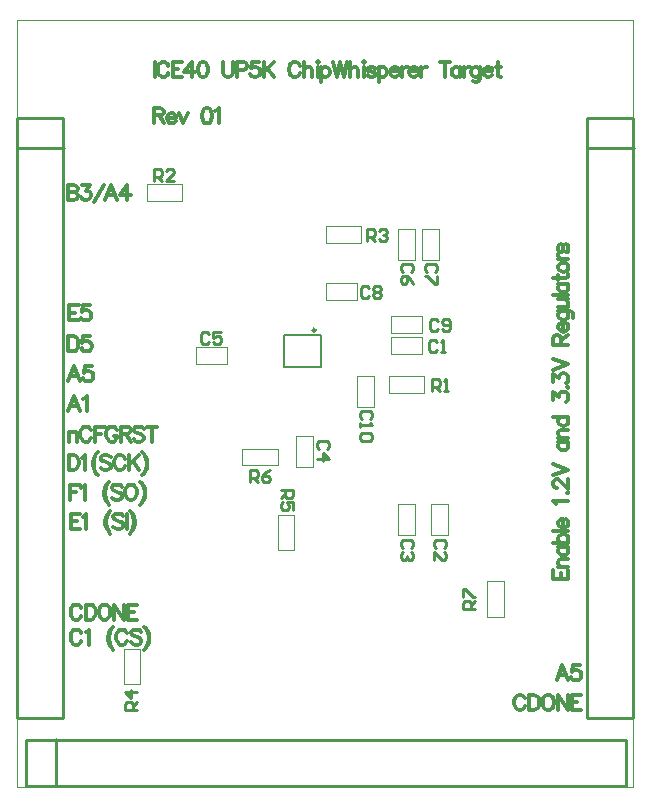
<source format=gto>
G04*
G04 #@! TF.GenerationSoftware,Altium Limited,Altium Designer,22.1.2 (22)*
G04*
G04 Layer_Color=65535*
%FSLAX25Y25*%
%MOIN*%
G70*
G04*
G04 #@! TF.SameCoordinates,E10519B3-167D-45EA-A28F-B3D4EE67A307*
G04*
G04*
G04 #@! TF.FilePolarity,Positive*
G04*
G01*
G75*
%ADD10C,0.00984*%
%ADD11C,0.00394*%
%ADD12C,0.01000*%
%ADD13C,0.00787*%
%ADD14C,0.01200*%
%ADD15C,0.00400*%
D10*
X199604Y252189D02*
G03*
X199604Y252189I-492J0D01*
G01*
D11*
X256844Y156641D02*
X262356D01*
X256844Y168452D02*
X262356D01*
X256844Y156641D02*
Y168452D01*
X262356Y156641D02*
Y168452D01*
X187059Y207144D02*
Y212656D01*
X175248Y207144D02*
Y212656D01*
Y207144D02*
X187059D01*
X175248Y212656D02*
X187059D01*
X187044Y190652D02*
X192556D01*
X187044Y178841D02*
X192556D01*
Y190652D01*
X187044Y178841D02*
Y190652D01*
X135644Y134095D02*
X141156D01*
X135644Y145905D02*
X141156D01*
X135644Y134095D02*
Y145905D01*
X141156Y134095D02*
Y145905D01*
X170018Y240944D02*
Y246456D01*
X159782Y240944D02*
Y246456D01*
X170018D01*
X159782Y240944D02*
X170018D01*
X213444Y236818D02*
X218956D01*
X213444Y226582D02*
X218956D01*
X213444D02*
Y236818D01*
X218956Y226582D02*
Y236818D01*
X224882Y251244D02*
Y256756D01*
X235118Y251244D02*
Y256756D01*
X224882Y251244D02*
X235118D01*
X224882Y256756D02*
X235118D01*
X235906Y231244D02*
Y236756D01*
X224095Y231244D02*
Y236756D01*
Y231244D02*
X235906D01*
X224095Y236756D02*
X235906D01*
X224882Y244244D02*
Y249756D01*
X235118Y244244D02*
Y249756D01*
X224882Y244244D02*
X235118D01*
X224882Y249756D02*
X235118D01*
X193244Y216874D02*
X198756D01*
X193244Y206638D02*
X198756D01*
X193244D02*
Y216874D01*
X198756Y206638D02*
Y216874D01*
X227244Y194118D02*
X232756D01*
X227244Y183882D02*
X232756D01*
X227244D02*
Y194118D01*
X232756Y183882D02*
Y194118D01*
X238244D02*
X243756D01*
X238244Y183882D02*
X243756D01*
X238244D02*
Y194118D01*
X243756Y183882D02*
Y194118D01*
X155252Y295244D02*
Y300756D01*
X143441Y295244D02*
Y300756D01*
Y295244D02*
X155252D01*
X143441Y300756D02*
X155252D01*
X214906Y281244D02*
Y286756D01*
X203095Y281244D02*
Y286756D01*
Y281244D02*
X214906D01*
X203095Y286756D02*
X214906D01*
X203126Y262244D02*
Y267756D01*
X213362Y262244D02*
Y267756D01*
X203126Y262244D02*
X213362D01*
X203126Y267756D02*
X213362D01*
X235244Y285874D02*
X240756D01*
X235244Y275638D02*
X240756D01*
X235244D02*
Y285874D01*
X240756Y275638D02*
Y285874D01*
X227244Y285918D02*
X232756D01*
X227244Y275682D02*
X232756D01*
X227244D02*
Y285918D01*
X232756Y275682D02*
Y285918D01*
D12*
X290126Y123000D02*
Y323000D01*
Y123000D02*
X305500D01*
X290126Y323000D02*
X305500D01*
X290126Y313000D02*
X305874D01*
X103000Y100126D02*
X303000D01*
Y115500D01*
X103000D02*
X303000D01*
X103000Y100126D02*
Y115500D01*
X113000Y100126D02*
Y115874D01*
X100126Y123000D02*
Y323000D01*
Y123000D02*
X115500D01*
Y323000D01*
X100126D02*
X115500D01*
X100126Y313000D02*
X115874D01*
X305500Y123000D02*
Y323000D01*
X252650Y159063D02*
X248652D01*
Y161062D01*
X249318Y161728D01*
X250651D01*
X251317Y161062D01*
Y159063D01*
Y160396D02*
X252650Y161728D01*
X248652Y163061D02*
Y165727D01*
X249318D01*
X251984Y163061D01*
X252650D01*
X177668Y201701D02*
Y205699D01*
X179667D01*
X180333Y205033D01*
Y203700D01*
X179667Y203033D01*
X177668D01*
X179001D02*
X180333Y201701D01*
X184332Y205699D02*
X182999Y205033D01*
X181667Y203700D01*
Y202367D01*
X182333Y201701D01*
X183666D01*
X184332Y202367D01*
Y203033D01*
X183666Y203700D01*
X181667D01*
X188101Y198779D02*
X192099D01*
Y196779D01*
X191433Y196113D01*
X190100D01*
X189434Y196779D01*
Y198779D01*
Y197446D02*
X188101Y196113D01*
X192099Y192114D02*
Y194780D01*
X190100D01*
X190767Y193447D01*
Y192781D01*
X190100Y192114D01*
X188767D01*
X188101Y192781D01*
Y194114D01*
X188767Y194780D01*
X140199Y125621D02*
X136201D01*
Y127621D01*
X136867Y128287D01*
X138200D01*
X138866Y127621D01*
Y125621D01*
Y126954D02*
X140199Y128287D01*
Y131619D02*
X136201D01*
X138200Y129620D01*
Y132286D01*
X217833Y222533D02*
X218499Y223199D01*
Y224532D01*
X217833Y225198D01*
X215167D01*
X214501Y224532D01*
Y223199D01*
X215167Y222533D01*
X214501Y221200D02*
Y219867D01*
Y220533D01*
X218499D01*
X217833Y221200D01*
Y217867D02*
X218499Y217201D01*
Y215868D01*
X217833Y215202D01*
X215167D01*
X214501Y215868D01*
Y217201D01*
X215167Y217867D01*
X217833D01*
X240334Y255333D02*
X239667Y255999D01*
X238334D01*
X237668Y255333D01*
Y252667D01*
X238334Y252001D01*
X239667D01*
X240334Y252667D01*
X241667D02*
X242333Y252001D01*
X243666D01*
X244332Y252667D01*
Y255333D01*
X243666Y255999D01*
X242333D01*
X241667Y255333D01*
Y254666D01*
X242333Y254000D01*
X244332D01*
X216668Y282001D02*
Y285999D01*
X218667D01*
X219334Y285333D01*
Y284000D01*
X218667Y283334D01*
X216668D01*
X218001D02*
X219334Y282001D01*
X220667Y285333D02*
X221333Y285999D01*
X222666D01*
X223332Y285333D01*
Y284666D01*
X222666Y284000D01*
X221999D01*
X222666D01*
X223332Y283334D01*
Y282667D01*
X222666Y282001D01*
X221333D01*
X220667Y282667D01*
X145668Y302001D02*
Y305999D01*
X147667D01*
X148334Y305333D01*
Y304000D01*
X147667Y303334D01*
X145668D01*
X147001D02*
X148334Y302001D01*
X152332D02*
X149667D01*
X152332Y304666D01*
Y305333D01*
X151666Y305999D01*
X150333D01*
X149667Y305333D01*
X238334Y232001D02*
Y235999D01*
X240334D01*
X241000Y235333D01*
Y234000D01*
X240334Y233334D01*
X238334D01*
X239667D02*
X241000Y232001D01*
X242333D02*
X243666D01*
X242999D01*
Y235999D01*
X242333Y235333D01*
X217334Y266333D02*
X216667Y266999D01*
X215334D01*
X214668Y266333D01*
Y263667D01*
X215334Y263001D01*
X216667D01*
X217334Y263667D01*
X218667Y266333D02*
X219333Y266999D01*
X220666D01*
X221332Y266333D01*
Y265666D01*
X220666Y265000D01*
X221332Y264334D01*
Y263667D01*
X220666Y263001D01*
X219333D01*
X218667Y263667D01*
Y264334D01*
X219333Y265000D01*
X218667Y265666D01*
Y266333D01*
X219333Y265000D02*
X220666D01*
X239333Y271666D02*
X239999Y272333D01*
Y273666D01*
X239333Y274332D01*
X236667D01*
X236001Y273666D01*
Y272333D01*
X236667Y271666D01*
X239999Y270334D02*
Y267668D01*
X239333D01*
X236667Y270334D01*
X236001D01*
X231333Y271466D02*
X231999Y272133D01*
Y273466D01*
X231333Y274132D01*
X228667D01*
X228001Y273466D01*
Y272133D01*
X228667Y271466D01*
X231999Y267468D02*
X231333Y268801D01*
X230000Y270133D01*
X228667D01*
X228001Y269467D01*
Y268134D01*
X228667Y267468D01*
X229334D01*
X230000Y268134D01*
Y270133D01*
X164234Y251033D02*
X163567Y251699D01*
X162234D01*
X161568Y251033D01*
Y248367D01*
X162234Y247701D01*
X163567D01*
X164234Y248367D01*
X168232Y251699D02*
X165567D01*
Y249700D01*
X166899Y250366D01*
X167566D01*
X168232Y249700D01*
Y248367D01*
X167566Y247701D01*
X166233D01*
X165567Y248367D01*
X203333Y212666D02*
X203999Y213333D01*
Y214666D01*
X203333Y215332D01*
X200667D01*
X200001Y214666D01*
Y213333D01*
X200667Y212666D01*
X200001Y209334D02*
X203999D01*
X202000Y211333D01*
Y208668D01*
X231333Y179666D02*
X231999Y180333D01*
Y181666D01*
X231333Y182332D01*
X228667D01*
X228001Y181666D01*
Y180333D01*
X228667Y179666D01*
X231333Y178333D02*
X231999Y177667D01*
Y176334D01*
X231333Y175668D01*
X230666D01*
X230000Y176334D01*
Y177001D01*
Y176334D01*
X229334Y175668D01*
X228667D01*
X228001Y176334D01*
Y177667D01*
X228667Y178333D01*
X242333Y179666D02*
X242999Y180333D01*
Y181666D01*
X242333Y182332D01*
X239667D01*
X239001Y181666D01*
Y180333D01*
X239667Y179666D01*
X239001Y175668D02*
Y178333D01*
X241666Y175668D01*
X242333D01*
X242999Y176334D01*
Y177667D01*
X242333Y178333D01*
X240000Y248333D02*
X239334Y248999D01*
X238001D01*
X237334Y248333D01*
Y245667D01*
X238001Y245001D01*
X239334D01*
X240000Y245667D01*
X241333Y245001D02*
X242666D01*
X241999D01*
Y248999D01*
X241333Y248333D01*
D13*
X189000Y250685D02*
X201350D01*
X189000Y240000D02*
Y250685D01*
Y240000D02*
X201350D01*
Y250685D01*
D14*
X121064Y225145D02*
X119160Y230144D01*
X117256Y225145D01*
X117970Y226811D02*
X120350D01*
X122231Y229192D02*
X122707Y229430D01*
X123421Y230144D01*
Y225145D01*
X121158Y190984D02*
X118063D01*
Y185985D01*
X121158D01*
X118063Y188604D02*
X119968D01*
X121991Y190032D02*
X122467Y190270D01*
X123181Y190984D01*
Y185985D01*
X131251Y191936D02*
X130775Y191460D01*
X130299Y190746D01*
X129823Y189794D01*
X129585Y188604D01*
Y187651D01*
X129823Y186461D01*
X130299Y185509D01*
X130775Y184795D01*
X131251Y184319D01*
X130775Y191460D02*
X130299Y190508D01*
X130061Y189794D01*
X129823Y188604D01*
Y187651D01*
X130061Y186461D01*
X130299Y185747D01*
X130775Y184795D01*
X135536Y190270D02*
X135060Y190746D01*
X134346Y190984D01*
X133393D01*
X132679Y190746D01*
X132203Y190270D01*
Y189794D01*
X132441Y189318D01*
X132679Y189080D01*
X133155Y188842D01*
X134584Y188366D01*
X135060Y188128D01*
X135298Y187890D01*
X135536Y187413D01*
Y186699D01*
X135060Y186223D01*
X134346Y185985D01*
X133393D01*
X132679Y186223D01*
X132203Y186699D01*
X136655Y190984D02*
Y185985D01*
X137702Y191936D02*
X138178Y191460D01*
X138654Y190746D01*
X139130Y189794D01*
X139368Y188604D01*
Y187651D01*
X139130Y186461D01*
X138654Y185509D01*
X138178Y184795D01*
X137702Y184319D01*
X138178Y191460D02*
X138654Y190508D01*
X138892Y189794D01*
X139130Y188604D01*
Y187651D01*
X138892Y186461D01*
X138654Y185747D01*
X138178Y184795D01*
X117256Y250144D02*
Y245145D01*
Y250144D02*
X118922D01*
X119636Y249906D01*
X120112Y249430D01*
X120350Y248954D01*
X120588Y248240D01*
Y247049D01*
X120350Y246335D01*
X120112Y245859D01*
X119636Y245383D01*
X118922Y245145D01*
X117256D01*
X124564Y250144D02*
X122183D01*
X121945Y248002D01*
X122183Y248240D01*
X122897Y248478D01*
X123611D01*
X124326Y248240D01*
X124802Y247764D01*
X125040Y247049D01*
Y246573D01*
X124802Y245859D01*
X124326Y245383D01*
X123611Y245145D01*
X122897D01*
X122183Y245383D01*
X121945Y245621D01*
X121707Y246097D01*
X117300Y210565D02*
Y205566D01*
Y210565D02*
X118966D01*
X119680Y210327D01*
X120157Y209851D01*
X120395Y209375D01*
X120633Y208661D01*
Y207471D01*
X120395Y206756D01*
X120157Y206280D01*
X119680Y205804D01*
X118966Y205566D01*
X117300D01*
X121751Y209613D02*
X122228Y209851D01*
X122942Y210565D01*
Y205566D01*
X127084Y211517D02*
X126608Y211041D01*
X126131Y210327D01*
X125655Y209375D01*
X125417Y208185D01*
Y207233D01*
X125655Y206042D01*
X126131Y205090D01*
X126608Y204376D01*
X127084Y203900D01*
X126608Y211041D02*
X126131Y210089D01*
X125893Y209375D01*
X125655Y208185D01*
Y207233D01*
X125893Y206042D01*
X126131Y205328D01*
X126608Y204376D01*
X131368Y209851D02*
X130892Y210327D01*
X130178Y210565D01*
X129226D01*
X128512Y210327D01*
X128036Y209851D01*
Y209375D01*
X128274Y208899D01*
X128512Y208661D01*
X128988Y208423D01*
X130416Y207947D01*
X130892Y207709D01*
X131130Y207471D01*
X131368Y206995D01*
Y206280D01*
X130892Y205804D01*
X130178Y205566D01*
X129226D01*
X128512Y205804D01*
X128036Y206280D01*
X136058Y209375D02*
X135820Y209851D01*
X135344Y210327D01*
X134868Y210565D01*
X133915D01*
X133439Y210327D01*
X132963Y209851D01*
X132725Y209375D01*
X132487Y208661D01*
Y207471D01*
X132725Y206756D01*
X132963Y206280D01*
X133439Y205804D01*
X133915Y205566D01*
X134868D01*
X135344Y205804D01*
X135820Y206280D01*
X136058Y206756D01*
X137462Y210565D02*
Y205566D01*
X140795Y210565D02*
X137462Y207233D01*
X138653Y208423D02*
X140795Y205566D01*
X141914Y211517D02*
X142390Y211041D01*
X142866Y210327D01*
X143342Y209375D01*
X143580Y208185D01*
Y207233D01*
X143342Y206042D01*
X142866Y205090D01*
X142390Y204376D01*
X141914Y203900D01*
X142390Y211041D02*
X142866Y210089D01*
X143104Y209375D01*
X143342Y208185D01*
Y207233D01*
X143104Y206042D01*
X142866Y205328D01*
X142390Y204376D01*
X117000Y300513D02*
Y295514D01*
Y300513D02*
X119142D01*
X119857Y300275D01*
X120095Y300037D01*
X120333Y299561D01*
Y299085D01*
X120095Y298609D01*
X119857Y298371D01*
X119142Y298133D01*
X117000D02*
X119142D01*
X119857Y297895D01*
X120095Y297656D01*
X120333Y297180D01*
Y296466D01*
X120095Y295990D01*
X119857Y295752D01*
X119142Y295514D01*
X117000D01*
X121927Y300513D02*
X124546D01*
X123118Y298609D01*
X123832D01*
X124308Y298371D01*
X124546Y298133D01*
X124784Y297418D01*
Y296942D01*
X124546Y296228D01*
X124070Y295752D01*
X123356Y295514D01*
X122642D01*
X121927Y295752D01*
X121689Y295990D01*
X121451Y296466D01*
X125903Y294800D02*
X129235Y300513D01*
X133377Y295514D02*
X131473Y300513D01*
X129569Y295514D01*
X130283Y297180D02*
X132663D01*
X136924Y300513D02*
X134544Y297180D01*
X138115D01*
X136924Y300513D02*
Y295514D01*
X278935Y172295D02*
Y169200D01*
X283934D01*
Y172295D01*
X281315Y169200D02*
Y171104D01*
X280601Y173128D02*
X283934D01*
X281553D02*
X280839Y173842D01*
X280601Y174318D01*
Y175032D01*
X280839Y175508D01*
X281553Y175746D01*
X283934D01*
X280601Y179912D02*
X283934D01*
X281315D02*
X280839Y179436D01*
X280601Y178960D01*
Y178246D01*
X280839Y177770D01*
X281315Y177294D01*
X282029Y177056D01*
X282505D01*
X283220Y177294D01*
X283696Y177770D01*
X283934Y178246D01*
Y178960D01*
X283696Y179436D01*
X283220Y179912D01*
X278935Y181245D02*
X283934D01*
X281315D02*
X280839Y181721D01*
X280601Y182197D01*
Y182911D01*
X280839Y183387D01*
X281315Y183863D01*
X282029Y184102D01*
X282505D01*
X283220Y183863D01*
X283696Y183387D01*
X283934Y182911D01*
Y182197D01*
X283696Y181721D01*
X283220Y181245D01*
X278935Y185173D02*
X283934D01*
X282029Y186220D02*
Y189077D01*
X281553D01*
X281077Y188839D01*
X280839Y188601D01*
X280601Y188125D01*
Y187410D01*
X280839Y186934D01*
X281315Y186458D01*
X282029Y186220D01*
X282505D01*
X283220Y186458D01*
X283696Y186934D01*
X283934Y187410D01*
Y188125D01*
X283696Y188601D01*
X283220Y189077D01*
X279887Y194076D02*
X279649Y194552D01*
X278935Y195266D01*
X283934D01*
X283458Y197979D02*
X283696Y197741D01*
X283934Y197979D01*
X283696Y198218D01*
X283458Y197979D01*
X280125Y199551D02*
X279887D01*
X279411Y199789D01*
X279173Y200027D01*
X278935Y200503D01*
Y201455D01*
X279173Y201931D01*
X279411Y202169D01*
X279887Y202407D01*
X280363D01*
X280839Y202169D01*
X281553Y201693D01*
X283934Y199313D01*
Y202645D01*
X278935Y203764D02*
X283934Y205668D01*
X278935Y207573D02*
X283934Y205668D01*
X280601Y215000D02*
X283934D01*
X281315D02*
X280839Y214524D01*
X280601Y214048D01*
Y213333D01*
X280839Y212857D01*
X281315Y212381D01*
X282029Y212143D01*
X282505D01*
X283220Y212381D01*
X283696Y212857D01*
X283934Y213333D01*
Y214048D01*
X283696Y214524D01*
X283220Y215000D01*
X280601Y216333D02*
X283934D01*
X281553D02*
X280839Y217047D01*
X280601Y217523D01*
Y218237D01*
X280839Y218713D01*
X281553Y218951D01*
X283934D01*
X278935Y223117D02*
X283934D01*
X281315D02*
X280839Y222641D01*
X280601Y222165D01*
Y221451D01*
X280839Y220975D01*
X281315Y220498D01*
X282029Y220261D01*
X282505D01*
X283220Y220498D01*
X283696Y220975D01*
X283934Y221451D01*
Y222165D01*
X283696Y222641D01*
X283220Y223117D01*
X278935Y228854D02*
Y231472D01*
X280839Y230044D01*
Y230758D01*
X281077Y231234D01*
X281315Y231472D01*
X282029Y231710D01*
X282505D01*
X283220Y231472D01*
X283696Y230996D01*
X283934Y230282D01*
Y229568D01*
X283696Y228854D01*
X283458Y228616D01*
X282981Y228378D01*
X283458Y233067D02*
X283696Y232829D01*
X283934Y233067D01*
X283696Y233305D01*
X283458Y233067D01*
X278935Y234876D02*
Y237495D01*
X280839Y236067D01*
Y236781D01*
X281077Y237257D01*
X281315Y237495D01*
X282029Y237733D01*
X282505D01*
X283220Y237495D01*
X283696Y237019D01*
X283934Y236305D01*
Y235591D01*
X283696Y234876D01*
X283458Y234638D01*
X282981Y234400D01*
X278935Y238852D02*
X283934Y240756D01*
X278935Y242660D02*
X283934Y240756D01*
X278935Y247231D02*
X283934D01*
X278935D02*
Y249373D01*
X279173Y250087D01*
X279411Y250325D01*
X279887Y250564D01*
X280363D01*
X280839Y250325D01*
X281077Y250087D01*
X281315Y249373D01*
Y247231D01*
Y248897D02*
X283934Y250564D01*
X282029Y251682D02*
Y254539D01*
X281553D01*
X281077Y254301D01*
X280839Y254063D01*
X280601Y253587D01*
Y252873D01*
X280839Y252396D01*
X281315Y251920D01*
X282029Y251682D01*
X282505D01*
X283220Y251920D01*
X283696Y252396D01*
X283934Y252873D01*
Y253587D01*
X283696Y254063D01*
X283220Y254539D01*
X280601Y258467D02*
X284410D01*
X285124Y258229D01*
X285362Y257991D01*
X285600Y257514D01*
Y256800D01*
X285362Y256324D01*
X281315Y258467D02*
X280839Y257991D01*
X280601Y257514D01*
Y256800D01*
X280839Y256324D01*
X281315Y255848D01*
X282029Y255610D01*
X282505D01*
X283220Y255848D01*
X283696Y256324D01*
X283934Y256800D01*
Y257514D01*
X283696Y257991D01*
X283220Y258467D01*
X280601Y259800D02*
X282981D01*
X283696Y260038D01*
X283934Y260514D01*
Y261228D01*
X283696Y261704D01*
X282981Y262418D01*
X280601D02*
X283934D01*
X278935Y263727D02*
X283934D01*
X280601Y267631D02*
X283934D01*
X281315D02*
X280839Y267155D01*
X280601Y266679D01*
Y265965D01*
X280839Y265489D01*
X281315Y265013D01*
X282029Y264775D01*
X282505D01*
X283220Y265013D01*
X283696Y265489D01*
X283934Y265965D01*
Y266679D01*
X283696Y267155D01*
X283220Y267631D01*
X278935Y269678D02*
X282981D01*
X283696Y269917D01*
X283934Y270393D01*
Y270869D01*
X280601Y268964D02*
Y270631D01*
Y272773D02*
X280839Y272297D01*
X281315Y271821D01*
X282029Y271583D01*
X282505D01*
X283220Y271821D01*
X283696Y272297D01*
X283934Y272773D01*
Y273487D01*
X283696Y273963D01*
X283220Y274439D01*
X282505Y274677D01*
X282029D01*
X281315Y274439D01*
X280839Y273963D01*
X280601Y273487D01*
Y272773D01*
Y275772D02*
X283934D01*
X282029D02*
X281315Y276010D01*
X280839Y276486D01*
X280601Y276963D01*
Y277677D01*
X281315Y280748D02*
X280839Y280509D01*
X280601Y279795D01*
Y279081D01*
X280839Y278367D01*
X281315Y278129D01*
X281791Y278367D01*
X282029Y278843D01*
X282267Y280033D01*
X282505Y280509D01*
X282981Y280748D01*
X283220D01*
X283696Y280509D01*
X283934Y279795D01*
Y279081D01*
X283696Y278367D01*
X283220Y278129D01*
X283764Y135445D02*
X281860Y140444D01*
X279956Y135445D01*
X280670Y137111D02*
X283050D01*
X287787Y140444D02*
X285407D01*
X285169Y138302D01*
X285407Y138540D01*
X286121Y138778D01*
X286835D01*
X287549Y138540D01*
X288025Y138064D01*
X288264Y137349D01*
Y136873D01*
X288025Y136159D01*
X287549Y135683D01*
X286835Y135445D01*
X286121D01*
X285407Y135683D01*
X285169Y135921D01*
X284931Y136397D01*
X117900Y200665D02*
Y195666D01*
Y200665D02*
X120995D01*
X117900Y198285D02*
X119804D01*
X121566Y199713D02*
X122042Y199951D01*
X122756Y200665D01*
Y195666D01*
X130826Y201617D02*
X130350Y201141D01*
X129874Y200427D01*
X129397Y199475D01*
X129159Y198285D01*
Y197333D01*
X129397Y196142D01*
X129874Y195190D01*
X130350Y194476D01*
X130826Y194000D01*
X130350Y201141D02*
X129874Y200189D01*
X129636Y199475D01*
X129397Y198285D01*
Y197333D01*
X129636Y196142D01*
X129874Y195428D01*
X130350Y194476D01*
X135111Y199951D02*
X134634Y200427D01*
X133920Y200665D01*
X132968D01*
X132254Y200427D01*
X131778Y199951D01*
Y199475D01*
X132016Y198999D01*
X132254Y198761D01*
X132730Y198523D01*
X134158Y198047D01*
X134634Y197809D01*
X134873Y197571D01*
X135111Y197095D01*
Y196380D01*
X134634Y195904D01*
X133920Y195666D01*
X132968D01*
X132254Y195904D01*
X131778Y196380D01*
X137658Y200665D02*
X137182Y200427D01*
X136706Y199951D01*
X136468Y199475D01*
X136229Y198761D01*
Y197571D01*
X136468Y196856D01*
X136706Y196380D01*
X137182Y195904D01*
X137658Y195666D01*
X138610D01*
X139086Y195904D01*
X139562Y196380D01*
X139800Y196856D01*
X140038Y197571D01*
Y198761D01*
X139800Y199475D01*
X139562Y199951D01*
X139086Y200427D01*
X138610Y200665D01*
X137658D01*
X141205Y201617D02*
X141681Y201141D01*
X142157Y200427D01*
X142633Y199475D01*
X142871Y198285D01*
Y197333D01*
X142633Y196142D01*
X142157Y195190D01*
X141681Y194476D01*
X141205Y194000D01*
X141681Y201141D02*
X142157Y200189D01*
X142395Y199475D01*
X142633Y198285D01*
Y197333D01*
X142395Y196142D01*
X142157Y195428D01*
X141681Y194476D01*
X121064Y235145D02*
X119160Y240144D01*
X117256Y235145D01*
X117970Y236811D02*
X120350D01*
X125087Y240144D02*
X122707D01*
X122469Y238002D01*
X122707Y238240D01*
X123421Y238478D01*
X124135D01*
X124849Y238240D01*
X125325Y237764D01*
X125564Y237049D01*
Y236573D01*
X125325Y235859D01*
X124849Y235383D01*
X124135Y235145D01*
X123421D01*
X122707Y235383D01*
X122469Y235621D01*
X122231Y236097D01*
X146000Y341565D02*
Y336566D01*
X150618Y340375D02*
X150380Y340851D01*
X149904Y341327D01*
X149428Y341565D01*
X148476D01*
X148000Y341327D01*
X147523Y340851D01*
X147285Y340375D01*
X147047Y339661D01*
Y338471D01*
X147285Y337756D01*
X147523Y337280D01*
X148000Y336804D01*
X148476Y336566D01*
X149428D01*
X149904Y336804D01*
X150380Y337280D01*
X150618Y337756D01*
X155117Y341565D02*
X152023D01*
Y336566D01*
X155117D01*
X152023Y339185D02*
X153927D01*
X158331Y341565D02*
X155950Y338233D01*
X159521D01*
X158331Y341565D02*
Y336566D01*
X161830Y341565D02*
X161116Y341327D01*
X160640Y340613D01*
X160402Y339423D01*
Y338709D01*
X160640Y337519D01*
X161116Y336804D01*
X161830Y336566D01*
X162306D01*
X163020Y336804D01*
X163496Y337519D01*
X163734Y338709D01*
Y339423D01*
X163496Y340613D01*
X163020Y341327D01*
X162306Y341565D01*
X161830D01*
X168781D02*
Y337995D01*
X169019Y337280D01*
X169495Y336804D01*
X170209Y336566D01*
X170685D01*
X171399Y336804D01*
X171875Y337280D01*
X172113Y337995D01*
Y341565D01*
X173494Y338947D02*
X175636D01*
X176351Y339185D01*
X176589Y339423D01*
X176827Y339899D01*
Y340613D01*
X176589Y341089D01*
X176351Y341327D01*
X175636Y341565D01*
X173494D01*
Y336566D01*
X180802Y341565D02*
X178422D01*
X178184Y339423D01*
X178422Y339661D01*
X179136Y339899D01*
X179850D01*
X180564Y339661D01*
X181040Y339185D01*
X181278Y338471D01*
Y337995D01*
X181040Y337280D01*
X180564Y336804D01*
X179850Y336566D01*
X179136D01*
X178422Y336804D01*
X178184Y337042D01*
X177945Y337519D01*
X182397Y341565D02*
Y336566D01*
X185730Y341565D02*
X182397Y338233D01*
X183587Y339423D02*
X185730Y336566D01*
X194347Y340375D02*
X194109Y340851D01*
X193633Y341327D01*
X193157Y341565D01*
X192204D01*
X191728Y341327D01*
X191252Y340851D01*
X191014Y340375D01*
X190776Y339661D01*
Y338471D01*
X191014Y337756D01*
X191252Y337280D01*
X191728Y336804D01*
X192204Y336566D01*
X193157D01*
X193633Y336804D01*
X194109Y337280D01*
X194347Y337756D01*
X195751Y341565D02*
Y336566D01*
Y338947D02*
X196465Y339661D01*
X196941Y339899D01*
X197656D01*
X198132Y339661D01*
X198370Y338947D01*
Y336566D01*
X200155Y341565D02*
X200393Y341327D01*
X200631Y341565D01*
X200393Y341803D01*
X200155Y341565D01*
X200393Y339899D02*
Y336566D01*
X201512Y339899D02*
Y334900D01*
Y339185D02*
X201988Y339661D01*
X202464Y339899D01*
X203178D01*
X203654Y339661D01*
X204130Y339185D01*
X204368Y338471D01*
Y337995D01*
X204130Y337280D01*
X203654Y336804D01*
X203178Y336566D01*
X202464D01*
X201988Y336804D01*
X201512Y337280D01*
X205440Y341565D02*
X206630Y336566D01*
X207820Y341565D02*
X206630Y336566D01*
X207820Y341565D02*
X209010Y336566D01*
X210201Y341565D02*
X209010Y336566D01*
X211200Y341565D02*
Y336566D01*
Y338947D02*
X211914Y339661D01*
X212390Y339899D01*
X213105D01*
X213581Y339661D01*
X213819Y338947D01*
Y336566D01*
X215604Y341565D02*
X215842Y341327D01*
X216080Y341565D01*
X215842Y341803D01*
X215604Y341565D01*
X215842Y339899D02*
Y336566D01*
X219580Y339185D02*
X219341Y339661D01*
X218627Y339899D01*
X217913D01*
X217199Y339661D01*
X216961Y339185D01*
X217199Y338709D01*
X217675Y338471D01*
X218865Y338233D01*
X219341Y337995D01*
X219580Y337519D01*
Y337280D01*
X219341Y336804D01*
X218627Y336566D01*
X217913D01*
X217199Y336804D01*
X216961Y337280D01*
X220627Y339899D02*
Y334900D01*
Y339185D02*
X221103Y339661D01*
X221579Y339899D01*
X222293D01*
X222769Y339661D01*
X223245Y339185D01*
X223483Y338471D01*
Y337995D01*
X223245Y337280D01*
X222769Y336804D01*
X222293Y336566D01*
X221579D01*
X221103Y336804D01*
X220627Y337280D01*
X224555Y338471D02*
X227411D01*
Y338947D01*
X227173Y339423D01*
X226935Y339661D01*
X226459Y339899D01*
X225745D01*
X225269Y339661D01*
X224793Y339185D01*
X224555Y338471D01*
Y337995D01*
X224793Y337280D01*
X225269Y336804D01*
X225745Y336566D01*
X226459D01*
X226935Y336804D01*
X227411Y337280D01*
X228482Y339899D02*
Y336566D01*
Y338471D02*
X228720Y339185D01*
X229197Y339661D01*
X229673Y339899D01*
X230387D01*
X230839Y338471D02*
X233696D01*
Y338947D01*
X233457Y339423D01*
X233219Y339661D01*
X232743Y339899D01*
X232029D01*
X231553Y339661D01*
X231077Y339185D01*
X230839Y338471D01*
Y337995D01*
X231077Y337280D01*
X231553Y336804D01*
X232029Y336566D01*
X232743D01*
X233219Y336804D01*
X233696Y337280D01*
X234767Y339899D02*
Y336566D01*
Y338471D02*
X235005Y339185D01*
X235481Y339661D01*
X235957Y339899D01*
X236671D01*
X242717Y341565D02*
Y336566D01*
X241051Y341565D02*
X244384D01*
X247835Y339899D02*
Y336566D01*
Y339185D02*
X247359Y339661D01*
X246883Y339899D01*
X246169D01*
X245693Y339661D01*
X245217Y339185D01*
X244979Y338471D01*
Y337995D01*
X245217Y337280D01*
X245693Y336804D01*
X246169Y336566D01*
X246883D01*
X247359Y336804D01*
X247835Y337280D01*
X249168Y339899D02*
Y336566D01*
Y338471D02*
X249406Y339185D01*
X249883Y339661D01*
X250359Y339899D01*
X251073D01*
X254382D02*
Y336090D01*
X254144Y335376D01*
X253906Y335138D01*
X253429Y334900D01*
X252715D01*
X252239Y335138D01*
X254382Y339185D02*
X253906Y339661D01*
X253429Y339899D01*
X252715D01*
X252239Y339661D01*
X251763Y339185D01*
X251525Y338471D01*
Y337995D01*
X251763Y337280D01*
X252239Y336804D01*
X252715Y336566D01*
X253429D01*
X253906Y336804D01*
X254382Y337280D01*
X255715Y338471D02*
X258571D01*
Y338947D01*
X258333Y339423D01*
X258095Y339661D01*
X257619Y339899D01*
X256905D01*
X256429Y339661D01*
X255953Y339185D01*
X255715Y338471D01*
Y337995D01*
X255953Y337280D01*
X256429Y336804D01*
X256905Y336566D01*
X257619D01*
X258095Y336804D01*
X258571Y337280D01*
X260356Y341565D02*
Y337519D01*
X260595Y336804D01*
X261071Y336566D01*
X261547D01*
X259642Y339899D02*
X261309D01*
X117356Y218378D02*
Y215045D01*
Y217425D02*
X118070Y218140D01*
X118546Y218378D01*
X119260D01*
X119736Y218140D01*
X119974Y217425D01*
Y215045D01*
X124854Y218854D02*
X124616Y219330D01*
X124140Y219806D01*
X123664Y220044D01*
X122712D01*
X122236Y219806D01*
X121760Y219330D01*
X121521Y218854D01*
X121283Y218140D01*
Y216949D01*
X121521Y216235D01*
X121760Y215759D01*
X122236Y215283D01*
X122712Y215045D01*
X123664D01*
X124140Y215283D01*
X124616Y215759D01*
X124854Y216235D01*
X126259Y220044D02*
Y215045D01*
Y220044D02*
X129353D01*
X126259Y217664D02*
X128163D01*
X133495Y218854D02*
X133257Y219330D01*
X132781Y219806D01*
X132305Y220044D01*
X131353D01*
X130877Y219806D01*
X130401Y219330D01*
X130163Y218854D01*
X129924Y218140D01*
Y216949D01*
X130163Y216235D01*
X130401Y215759D01*
X130877Y215283D01*
X131353Y215045D01*
X132305D01*
X132781Y215283D01*
X133257Y215759D01*
X133495Y216235D01*
Y216949D01*
X132305D02*
X133495D01*
X134638Y220044D02*
Y215045D01*
Y220044D02*
X136780D01*
X137494Y219806D01*
X137732Y219568D01*
X137970Y219092D01*
Y218616D01*
X137732Y218140D01*
X137494Y217902D01*
X136780Y217664D01*
X134638D01*
X136304D02*
X137970Y215045D01*
X142422Y219330D02*
X141946Y219806D01*
X141232Y220044D01*
X140279D01*
X139565Y219806D01*
X139089Y219330D01*
Y218854D01*
X139327Y218378D01*
X139565Y218140D01*
X140041Y217902D01*
X141470Y217425D01*
X141946Y217188D01*
X142184Y216949D01*
X142422Y216473D01*
Y215759D01*
X141946Y215283D01*
X141232Y215045D01*
X140279D01*
X139565Y215283D01*
X139089Y215759D01*
X145207Y220044D02*
Y215045D01*
X143541Y220044D02*
X146873D01*
X121571Y159509D02*
X121333Y159985D01*
X120856Y160461D01*
X120380Y160699D01*
X119428D01*
X118952Y160461D01*
X118476Y159985D01*
X118238Y159509D01*
X118000Y158795D01*
Y157604D01*
X118238Y156890D01*
X118476Y156414D01*
X118952Y155938D01*
X119428Y155700D01*
X120380D01*
X120856Y155938D01*
X121333Y156414D01*
X121571Y156890D01*
X122975Y160699D02*
Y155700D01*
Y160699D02*
X124641D01*
X125356Y160461D01*
X125832Y159985D01*
X126070Y159509D01*
X126308Y158795D01*
Y157604D01*
X126070Y156890D01*
X125832Y156414D01*
X125356Y155938D01*
X124641Y155700D01*
X122975D01*
X128855Y160699D02*
X128379Y160461D01*
X127903Y159985D01*
X127665Y159509D01*
X127427Y158795D01*
Y157604D01*
X127665Y156890D01*
X127903Y156414D01*
X128379Y155938D01*
X128855Y155700D01*
X129807D01*
X130283Y155938D01*
X130759Y156414D01*
X130997Y156890D01*
X131235Y157604D01*
Y158795D01*
X130997Y159509D01*
X130759Y159985D01*
X130283Y160461D01*
X129807Y160699D01*
X128855D01*
X132402D02*
Y155700D01*
Y160699D02*
X135734Y155700D01*
Y160699D02*
Y155700D01*
X140209Y160699D02*
X137115D01*
Y155700D01*
X140209D01*
X137115Y158318D02*
X139019D01*
X145752Y326125D02*
Y321126D01*
Y326125D02*
X147894D01*
X148608Y325887D01*
X148846Y325648D01*
X149084Y325172D01*
Y324696D01*
X148846Y324220D01*
X148608Y323982D01*
X147894Y323744D01*
X145752D01*
X147418D02*
X149084Y321126D01*
X150203Y323030D02*
X153059D01*
Y323506D01*
X152821Y323982D01*
X152583Y324220D01*
X152107Y324458D01*
X151393D01*
X150917Y324220D01*
X150441Y323744D01*
X150203Y323030D01*
Y322554D01*
X150441Y321840D01*
X150917Y321364D01*
X151393Y321126D01*
X152107D01*
X152583Y321364D01*
X153059Y321840D01*
X154131Y324458D02*
X155559Y321126D01*
X156987Y324458D02*
X155559Y321126D01*
X163153Y326125D02*
X162438Y325887D01*
X161962Y325172D01*
X161724Y323982D01*
Y323268D01*
X161962Y322078D01*
X162438Y321364D01*
X163153Y321126D01*
X163629D01*
X164343Y321364D01*
X164819Y322078D01*
X165057Y323268D01*
Y323982D01*
X164819Y325172D01*
X164343Y325887D01*
X163629Y326125D01*
X163153D01*
X166176Y325172D02*
X166652Y325410D01*
X167366Y326125D01*
Y321126D01*
X121571Y151175D02*
X121333Y151651D01*
X120856Y152127D01*
X120380Y152365D01*
X119428D01*
X118952Y152127D01*
X118476Y151651D01*
X118238Y151175D01*
X118000Y150461D01*
Y149271D01*
X118238Y148556D01*
X118476Y148080D01*
X118952Y147604D01*
X119428Y147366D01*
X120380D01*
X120856Y147604D01*
X121333Y148080D01*
X121571Y148556D01*
X122975Y151413D02*
X123451Y151651D01*
X124165Y152365D01*
Y147366D01*
X132235Y153317D02*
X131759Y152841D01*
X131283Y152127D01*
X130807Y151175D01*
X130569Y149985D01*
Y149033D01*
X130807Y147842D01*
X131283Y146890D01*
X131759Y146176D01*
X132235Y145700D01*
X131759Y152841D02*
X131283Y151889D01*
X131045Y151175D01*
X130807Y149985D01*
Y149033D01*
X131045Y147842D01*
X131283Y147128D01*
X131759Y146176D01*
X136758Y151175D02*
X136520Y151651D01*
X136044Y152127D01*
X135568Y152365D01*
X134616D01*
X134139Y152127D01*
X133663Y151651D01*
X133425Y151175D01*
X133187Y150461D01*
Y149271D01*
X133425Y148556D01*
X133663Y148080D01*
X134139Y147604D01*
X134616Y147366D01*
X135568D01*
X136044Y147604D01*
X136520Y148080D01*
X136758Y148556D01*
X141495Y151651D02*
X141019Y152127D01*
X140305Y152365D01*
X139353D01*
X138638Y152127D01*
X138162Y151651D01*
Y151175D01*
X138400Y150699D01*
X138638Y150461D01*
X139114Y150223D01*
X140543Y149747D01*
X141019Y149509D01*
X141257Y149271D01*
X141495Y148795D01*
Y148080D01*
X141019Y147604D01*
X140305Y147366D01*
X139353D01*
X138638Y147604D01*
X138162Y148080D01*
X142614Y153317D02*
X143090Y152841D01*
X143566Y152127D01*
X144042Y151175D01*
X144280Y149985D01*
Y149033D01*
X144042Y147842D01*
X143566Y146890D01*
X143090Y146176D01*
X142614Y145700D01*
X143090Y152841D02*
X143566Y151889D01*
X143804Y151175D01*
X144042Y149985D01*
Y149033D01*
X143804Y147842D01*
X143566Y147128D01*
X143090Y146176D01*
X269471Y129409D02*
X269233Y129885D01*
X268757Y130361D01*
X268280Y130599D01*
X267328D01*
X266852Y130361D01*
X266376Y129885D01*
X266138Y129409D01*
X265900Y128695D01*
Y127504D01*
X266138Y126790D01*
X266376Y126314D01*
X266852Y125838D01*
X267328Y125600D01*
X268280D01*
X268757Y125838D01*
X269233Y126314D01*
X269471Y126790D01*
X270875Y130599D02*
Y125600D01*
Y130599D02*
X272541D01*
X273256Y130361D01*
X273732Y129885D01*
X273970Y129409D01*
X274208Y128695D01*
Y127504D01*
X273970Y126790D01*
X273732Y126314D01*
X273256Y125838D01*
X272541Y125600D01*
X270875D01*
X276755Y130599D02*
X276279Y130361D01*
X275803Y129885D01*
X275565Y129409D01*
X275326Y128695D01*
Y127504D01*
X275565Y126790D01*
X275803Y126314D01*
X276279Y125838D01*
X276755Y125600D01*
X277707D01*
X278183Y125838D01*
X278659Y126314D01*
X278897Y126790D01*
X279135Y127504D01*
Y128695D01*
X278897Y129409D01*
X278659Y129885D01*
X278183Y130361D01*
X277707Y130599D01*
X276755D01*
X280302D02*
Y125600D01*
Y130599D02*
X283634Y125600D01*
Y130599D02*
Y125600D01*
X288109Y130599D02*
X285015D01*
Y125600D01*
X288109D01*
X285015Y128218D02*
X286919D01*
X120695Y260399D02*
X117600D01*
Y255400D01*
X120695D01*
X117600Y258018D02*
X119504D01*
X124384Y260399D02*
X122004D01*
X121766Y258257D01*
X122004Y258495D01*
X122718Y258733D01*
X123432D01*
X124146Y258495D01*
X124622Y258018D01*
X124860Y257304D01*
Y256828D01*
X124622Y256114D01*
X124146Y255638D01*
X123432Y255400D01*
X122718D01*
X122004Y255638D01*
X121766Y255876D01*
X121528Y256352D01*
D15*
X100000Y100000D02*
Y355600D01*
X305300D01*
Y100000D02*
Y355600D01*
X100000Y100000D02*
X305300D01*
M02*

</source>
